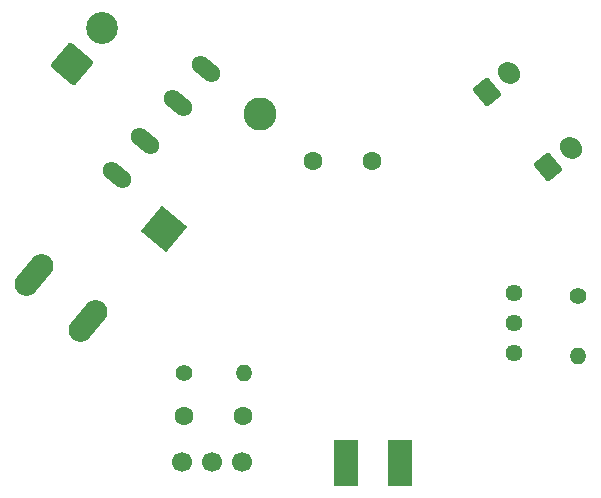
<source format=gbr>
%TF.GenerationSoftware,KiCad,Pcbnew,(6.0.11)*%
%TF.CreationDate,2023-10-13T17:04:58+09:00*%
%TF.ProjectId,power_supply_board,706f7765-725f-4737-9570-706c795f626f,rev?*%
%TF.SameCoordinates,Original*%
%TF.FileFunction,Soldermask,Bot*%
%TF.FilePolarity,Negative*%
%FSLAX46Y46*%
G04 Gerber Fmt 4.6, Leading zero omitted, Abs format (unit mm)*
G04 Created by KiCad (PCBNEW (6.0.11)) date 2023-10-13 17:04:58*
%MOMM*%
%LPD*%
G01*
G04 APERTURE LIST*
G04 Aperture macros list*
%AMRoundRect*
0 Rectangle with rounded corners*
0 $1 Rounding radius*
0 $2 $3 $4 $5 $6 $7 $8 $9 X,Y pos of 4 corners*
0 Add a 4 corners polygon primitive as box body*
4,1,4,$2,$3,$4,$5,$6,$7,$8,$9,$2,$3,0*
0 Add four circle primitives for the rounded corners*
1,1,$1+$1,$2,$3*
1,1,$1+$1,$4,$5*
1,1,$1+$1,$6,$7*
1,1,$1+$1,$8,$9*
0 Add four rect primitives between the rounded corners*
20,1,$1+$1,$2,$3,$4,$5,0*
20,1,$1+$1,$4,$5,$6,$7,0*
20,1,$1+$1,$6,$7,$8,$9,0*
20,1,$1+$1,$8,$9,$2,$3,0*%
%AMHorizOval*
0 Thick line with rounded ends*
0 $1 width*
0 $2 $3 position (X,Y) of the first rounded end (center of the circle)*
0 $4 $5 position (X,Y) of the second rounded end (center of the circle)*
0 Add line between two ends*
20,1,$1,$2,$3,$4,$5,0*
0 Add two circle primitives to create the rounded ends*
1,1,$1,$2,$3*
1,1,$1,$4,$5*%
%AMRotRect*
0 Rectangle, with rotation*
0 The origin of the aperture is its center*
0 $1 length*
0 $2 width*
0 $3 Rotation angle, in degrees counterclockwise*
0 Add horizontal line*
21,1,$1,$2,0,0,$3*%
G04 Aperture macros list end*
%ADD10C,1.400000*%
%ADD11O,1.400000X1.400000*%
%ADD12HorizOval,2.000000X-0.642788X-0.766044X0.642788X0.766044X0*%
%ADD13C,1.600000*%
%ADD14RoundRect,0.250000X0.022464X-0.960206X0.941717X-0.188861X-0.022464X0.960206X-0.941717X0.188861X0*%
%ADD15HorizOval,1.700000X-0.096418X0.114907X0.096418X-0.114907X0*%
%ADD16HorizOval,1.500000X-0.459627X0.385673X0.459627X-0.385673X0*%
%ADD17RotRect,2.800000X2.800000X50.000000*%
%ADD18HorizOval,2.800000X0.000000X0.000000X0.000000X0.000000X0*%
%ADD19C,1.700000*%
%ADD20C,1.440000*%
%ADD21R,2.000000X4.000000*%
%ADD22RoundRect,0.250001X0.135582X-1.549714X1.549714X0.135582X-0.135582X1.549714X-1.549714X-0.135582X0*%
%ADD23C,2.700000*%
G04 APERTURE END LIST*
D10*
%TO.C,R1*%
X126238000Y-103124000D03*
D11*
X131318000Y-103124000D03*
%TD*%
D12*
%TO.C,SW2*%
X113538000Y-94869000D03*
X118134267Y-98725726D03*
%TD*%
D13*
%TO.C,C1*%
X126278000Y-106807000D03*
X131278000Y-106807000D03*
%TD*%
D14*
%TO.C,J1*%
X151892000Y-79375000D03*
D15*
X153807111Y-77768031D03*
%TD*%
D16*
%TO.C,F1*%
X122951008Y-83561996D03*
X120572693Y-86396361D03*
X128093308Y-77433641D03*
X125714994Y-80268005D03*
%TD*%
D17*
%TO.C,D1*%
X124569299Y-90970383D03*
D18*
X132732702Y-81241619D03*
%TD*%
D14*
%TO.C,J2*%
X157073981Y-85745311D03*
D15*
X158989092Y-84138342D03*
%TD*%
D13*
%TO.C,C2*%
X142200000Y-85217000D03*
X137200000Y-85217000D03*
%TD*%
D19*
%TO.C,SW1*%
X131191000Y-110663000D03*
X126111000Y-110663000D03*
X128651000Y-110663000D03*
%TD*%
D10*
%TO.C,R2*%
X159639000Y-96647000D03*
D11*
X159639000Y-101727000D03*
%TD*%
D20*
%TO.C,RV1*%
X154178000Y-96383000D03*
X154178000Y-98923000D03*
X154178000Y-101463000D03*
%TD*%
D21*
%TO.C,MES1*%
X139954000Y-110744000D03*
X144526000Y-110744000D03*
%TD*%
D22*
%TO.C,BT1*%
X116796956Y-76982235D03*
D23*
X119342395Y-73948699D03*
%TD*%
M02*

</source>
